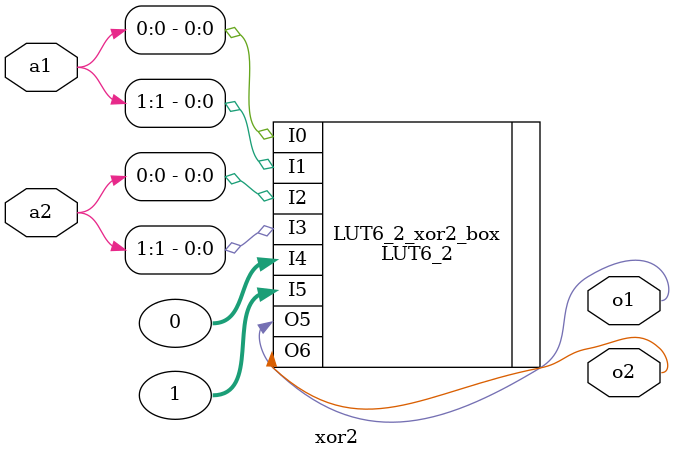
<source format=v>




//////////////////////////////////////////////////////////////////////////////////

module mul_comp(
         input clk,
         input rst_n,
         input [15:0]a,
         input [15:0]b,
         output [32:0]o_33

       );
////wire [19:0]l1, [19:1]l2, [21:3]l3, [23:5]l4, [25:7]l5, [27:9]l6, [29:11]l7, [31:13]l8, [31:14]l9;
wire [31:0]prod_l[1:9];//²¿·Ö»ý
wire [9:1]s1[0:31];
wire [9:1]s1_temp[0:31];
wire [7:1]s2[0:31];//²¿·Ö»ý
wire [6:1]s3[0:32];//²¿·Ö»ý
wire [2:1]s4[0:32];//²¿·Ö»ý
wire [32:0]xoro;
wire [32:0]carryo;
//wire [32:0]o_33;

reg  [6:1]s3_r[0:32];


genvar i,j;

// * Éú³É
assign {prod_l[3][21],prod_l[4][23],prod_l[5][25],prod_l[6][27],prod_l[7][29],prod_l[8][31]} = 6'b11_1111; // ×î¸ßÎ»ÖÃ1
assign prod_l[1][18:17] = {prod_l[1][16],prod_l[1][16]}; // Éú³ÉµÚÒ»ÐÐµÄSS
assign prod_l[9][31:15] = 0;

//* µ÷×ª
generate
  for (i = 1; i <= 9; i = i+1)
  begin
    for (j = 0; j <= 31; j = j+1)
    begin
      assign s1_temp[j][i] = prod_l[i][j];
    end
  end

  for (j = 0; j <= 19; j = j+1)
  begin
    assign s1[j][9:1] = s1_temp[j][9:1];
  end
  assign s1[20][7:1] = s1_temp[20][9:3];
  assign s1[21][7:1] = s1_temp[21][9:3];
  assign s1[22][6:1] = s1_temp[22][9:4];
  assign s1[23][6:1] = s1_temp[23][9:4];
  assign s1[24][5:1] = s1_temp[24][9:5];
  assign s1[25][5:1] = s1_temp[25][9:5];
  assign s1[26][4:1] = s1_temp[26][9:6];
  assign s1[27][4:1] = s1_temp[27][9:6];
  assign s1[28][3:1] = s1_temp[28][9:7];
  assign s1[29][3:1] = s1_temp[29][9:7];
  assign s1[30][2:1] = s1_temp[30][9:8];
  assign s1[31][2:1] = s1_temp[31][9:8];
endgenerate

// * ²¿·Ö»ý
generate
  // * Éú³ÉAbox
  for (j = 1; j<9; j = j+1)
    begin
      for (i = 1; i < 16; i = i+1)
        begin
          A_box A_box_u_prod_l(
                  .b_i((j==1) ? {b[1:0],1'b0} : b[2*j-1:2*j-3]),
                  .a_i(a[i:i-1]),
                  .o(prod_l[j][i + (j-1)*2]) // µÚ8ÐÐ´Ó15¿ªÊ¼
                );
        end
      if (j < 8)
        begin
          BC_box BC_box_u_prod_l_md(
                   .b_i((j==1) ? {b[1:0],1'b0} : b[2*j-1:2*j-3]),
                   .a_i(a[0]),
                   .b_box_o(prod_l[j][(j-1)*2]),
                   .c_box_o(prod_l[j+1][j*2-1])
                 );
        end
      else
        begin
          DE_box DE_box_u_prod_l_end(
                   .b_i(b[2*j-1:2*j-3]),
                   .a_i(a[0]),
                   .d_box_o(prod_l[8][14]),
                   .e_box_o(prod_l[9][14])
                 );
        end
      if (j<=2)
        begin
          SnS_box SnS_box_u_prod_l(
                    .b_i((j==1) ? {b[1:0],1'b0} : b[2*j-1:2*j-3]),
                    .a_i(a[15]),
                    .s_box_o(prod_l[j][(j==1) ? 16 : 18]),
                    .ns_box_o(prod_l[j][19])
                  );
        end
      else
        begin
          SnS_box SnS_box_u_prod_l(
                    .b_i(b[2*j-1:2*j-3]),
                    .a_i(a[15]),
                    .ns_box_o(prod_l[j][j*2+14])
                  );
        end
    end
endgenerate

// * Ñ¹Ëõ
generate 
//  state1 -> state2
 // 0 ~ 2
  assign s2[0][1] = s1[0][1];
  assign s2[1][2:1] = s1[1][2:1];
  assign s2[2][2:1] = s1[2][2:1];
 // 3 ~ 8
  for (i=3; i<=8; i=i+1)
    begin
      comp32 comp32_u_s1_3_8(
        .a_i(s1[i][3:1]),
        .o({s2[i][1],s2[i+1][2]})
      );
    end
  assign s2[5][3] = s1[5][4];
  assign s2[6][3] = s1[6][4];
  comp233 comp233_u_s1_7(
          .a1_i(s1[8][5:4]),
          .a0_i({s1[7][5:4],1'b0}),
          .o({s2[7][3],s2[8][3],s2[9][3]})
  );
 // 9
  comp63 comp63_u_s1_9(
         .a_i(s1[9][6:1]),
         .o({s2[9][1],s2[10][3],s2[11][2]})
  );
 // 10
  comp32 comp32_u_s1_10(
         .a_i(s1[10][3:1]),
         .o({s2[10][1],s2[11][3]})
  );
  comp32 comp32_u_s1_10_2(
         .a_i(s1[10][6:4]),
         .o({s2[10][2],s2[11][4]})
  );
 // 11
  comp63 comp63_u_s1_11(
         .a_i(s1[11][6:1]),
         .o({s2[11][1],s2[12][4],s2[13][2]})
  );
  assign s2[11][5] = s1[11][7];
 // 12
  comp32 comp32_u_s1_12(
         .a_i(s1[12][3:1]),
         .o({s2[12][1],s2[13][3]})
  );
  comp32 comp32_u_s1_12_2(
         .a_i(s1[12][6:4]),
         .o({s2[12][2],s2[13][4]})
  );
  assign s2[12][3] = s1[12][7];
 // 13
  comp63 comp63_u_s1_13(
         .a_i(s1[13][6:1]),
         .o({s2[13][1],s2[14][3],s2[15][4]})
  );
  assign s2[13][5] = s1[13][7];
  assign s2[13][6] = s1[13][8];
 // 14
  comp32 comp32_u_s1_14(
         .a_i(s1[14][3:1]),
         .o({s2[14][1],s2[15][5]})
  );
  comp63 comp63_u_s1_14(
         .a_i(s1[14][9:4]),
         .o({s2[14][2],s2[15][6],s2[16][4]})
  ); 
 // 15
  comp32 comp32_u_s1_15_1(
         .a_i(s1[15][3:1]),
         .o({s2[15][1],s2[16][5]})
  );
  comp32 comp32_u_s1_15_2(
         .a_i(s1[15][6:4]),
         .o({s2[15][2],s2[16][6]})
  );
  comp32 comp32_u_s1_15_3(
         .a_i(s1[15][9:7]),
         .o({s2[15][3],s2[16][7]})
  );
 // 16
  comp233 comp233_u_s1_16(
          .a0_i(s1[16][3:1]),
          .a1_i(s1[17][5:4]),
          .o({s2[16][1],s2[17][2],s2[18][3]})
  );  
  comp233 comp233_u_s1_16_2(
          .a0_i(s1[16][6:4]),
          .a1_i(s1[17][7:6]),
          .o({s2[16][2],s2[17][3],s2[18][4]})
  );
  comp233 comp233_u_s1_16_3(
          .a0_i(s1[16][9:7]),
          .a1_i(s1[17][9:8]),
          .o({s2[16][3],s2[17][4],s2[18][5]})
  );
 // 17
  comp32 comp32_u_s1_17(
         .a_i(s1[17][3:1]),
         .o({s2[17][1],s2[18][6]})
  );
 // 18
  comp32 comp32_u_s1_18(
         .a_i(s1[18][3:1]),
         .o({s2[18][1],s2[19][3]})
  );
  comp63 comp63_u_s1_18(
         .a_i(s1[18][9:4]),
         .o({s2[18][2],s2[19][4],s2[20][3]})
  ); 
 // 19
  comp32 comp32_u_s1_19(
         .a_i(s1[19][3:1]),
         .o({s2[19][1],s2[20][4]})
  );
  comp63 comp63_u_s1_19(
         .a_i(s1[19][9:4]),
         .o({s2[19][2],s2[20][5],s2[21][4]})
  ); 
 // 20
  comp63 comp63_u_s1_20(
         .a_i(s1[20][6:1]),
         .o({s2[20][1],s2[21][5],s2[22][3]})
  ); 
  assign s2[20][2] = s1[20][7];
 // 21
  comp32 comp32_u_s1_21(
         .a_i(s1[21][3:1]),
         .o({s2[21][1],s2[22][4]})
  );
  comp32 comp32_u_s1_21_2(
         .a_i(s1[21][6:4]),
         .o({s2[21][2],s2[22][5]})
  );
  assign s2[21][3] = s1[21][7];
 // 22
  comp32 comp32_u_s1_22(
         .a_i(s1[22][3:1]),
         .o({s2[22][1],s2[23][2]})
  );
  comp32 comp32_u_s1_22_2(
         .a_i(s1[22][6:4]),
         .o({s2[22][2],s2[23][3]})
  );
 // 23
  comp63 comp63_u_s1_23(
         .a_i(s1[23][6:1]),
         .o({s2[23][1],s2[24][4],s2[25][6]})
  ); 
 // 24
  comp32 comp32_u_s1_24(
         .a_i(s1[24][3:1]),
         .o({s2[24][1],s2[25][7]})
  );
  assign s2[24][3:2] = s1[24][5:4];
 // 25
  assign s2[25][5:1] = s1[25][5:1];
 // 26
  comp32 comp32_u_s1_26(
         .a_i(s1[26][3:1]),
         .o({s2[26][1],s2[27][5]})
  );
  assign s2[26][2] = s1[26][4];
 // 27
  assign s2[27][4:1] = s1[27][4:1];
 // 28
  comp32 comp32_u_s1_28(
         .a_i(s1[28][3:1]),
         .o({s2[28][1],s2[29][2]})
  );
 // 29
  comp233 comp233_u_s1_29(
          .a0_i(s1[29][3:1]),
          .a1_i(s1[30][2:1]),
          .o({s2[29][1],s2[30][1],s2[31][3]})
  );
 // 30
 // 31
  assign s2[31][2:1] = s1[31][2:1];
//  state2 -> state3
 // 0 ~ 4
  assign s3[0][1]   = s2[0][1];
  assign s3[1][2:1] = s2[1][2:1];
  assign s3[2][2:1] = s2[2][2:1];
  assign s3[3][1]   = s2[3][1];
  assign s3[4][2:1] = s2[4][2:1];
 // 5 ~ 15
  for (i=5; i<16; i=i+1)
    begin
        comp32 comp32_u_s2_5_15(
               .a_i(s2[i][3:1]),
               .o({s3[i][1],s3[i+1][2]})
        );
    end
  assign s3[11][4:3] = s2[11][5:4];
  assign s3[12][3]   = s2[12][4];
  comp32 comp32_u_s2_13_2(
         .a_i(s2[13][6:4]),
         .o({s3[13][3],s3[14][3]})
  ); 
  comp233 comp233_u_s2_15(
         .a0_i(s2[15][6:4]),
         .a1_i(s2[16][7:6]),
         .o({s3[15][3],s3[16][3],s3[17][2]})
  );
 // 16
  comp153 comp153_u_s2_16(
          .a0_i(s2[16][5:1]),
          .a1_i(s2[17][4]),
          .o({s3[16][1],s3[17][3],s3[18][2]})
  );
 // 17
  comp32 comp32_u_s2_17(
         .a_i(s2[17][3:1]),
         .o({s3[17][1],s3[18][3]})
  ); 
 // 18
  comp63 comp63_u_s2_18(
         .a_i(s2[18][6:1]),
         .o({s3[18][1],s3[19][3],s3[20][2]})
  ); 
 // 19
  comp233 comp233_u_s2_19(
         .a0_i(s2[19][3:1]),
         .a1_i(s2[20][2:1]),
         .o({s3[19][1],s3[20][3],s3[21][2]})
  );
  assign s3[19][2] = s2[19][4];
 // 20
  comp233 comp233_u_s2_20(
         .a0_i(s2[20][5:3]),
         .a1_i(s2[21][2:1]),
         .o({s3[20][1],s3[21][3],s3[22][2]})
  ); 
 // 21
  comp233 comp233_u_s2_21(
         .a0_i(s2[21][5:3]),
         .a1_i(s2[22][5:4]),
         .o({s3[21][1],s3[22][3],s3[23][3]})
  ); 
 // 22 ~ 24
  for(i=22; i<=24; i = i+1)
    begin
        comp32 comp32_u_s2_22_24(
              .a_i(s2[i][3:1]),
              .o({s3[i][1],s3[i+1][2]})
        );
    end
  assign s3[24][3] = s2[24][4];
 // 25
  comp63 comp63_u_s2_25(
         .a_i(s2[25][6:1]),
         .o({s3[25][1],s3[26][3],s3[27][6]})
  );  
  assign s3[25][3] = s2[25][7];
 // 26 ~ 32
  assign s3[26][2:1] = s2[26][2:1];
  assign s3[27][5:1] = s2[27][5:1];
  assign s3[28][1]   = s2[28][1];
  assign s3[29][2:1] = s2[29][2:1];
  assign s3[30][1]   = s2[30][1];
  comp32 comp32_u_s2_31(
        .a_i(s2[31][3:1]),
        .o({s3[31][1],s3[32][1]})
  );  


// ! FF state3 -> state4
 // 0 ~ 10
  for(i=0; i<=10; i=i+1)
    begin
      case (i)
        0,3,5: begin assign s4[i][1] = s3_r[i][1]; end
        default: begin assign s4[i][2:1] = s3_r[i][2:1]; end
      endcase
    end
 // 11 ~ 26
  for (i=11; i<=26; i=i+1)
  begin
      comp32 comp32_u_s3_11_26(
              .a_i(s3_r[i][3:1]),
              .o({s4[i][1],s4[i+1][2]})
      );
  end
  assign s4[11][2] = s3_r[11][4];
 // 27
  comp63 comp63_u_s3_27(
         .a_i(s3_r[27][6:1]),
         .o({s4[27][1],s4[28][2],s4[29][2]})
  ); 
 // 28 ~ 32
  assign s4[28][1] = s3_r[28][1];
  comp32 comp32_u_s3_29(
        .a_i({s3_r[29][2:1],1'b0}),
        .o({s4[29][1],s4[30][2]})
  );
  assign s4[30][1] = s3_r[30][1];
  assign s4[31][1] = s3_r[31][1];
  assign s4[32][1] = s3_r[32][1];

endgenerate

// * FF
generate
for(i=0; i<33; i=i+1)
begin
  always @(posedge clk or negedge rst_n)
    begin
      if (!rst_n)
        begin
            s3_r[i] = 0;
          end
      else
        begin
              s3_r[i] = s3[i];
        end
    end
end
  
  
endgenerate

// * ºÏ²¢
generate
  xor2 xor2_u_1_2(
       .a1(s4[1][2:1]),
       .a2(s4[2][2:1]),
       .o1(xoro[1]),
       .o2(xoro[2])
  );
  assign xoro[3] = s4[3][1];
  assign xoro[5] = s4[5][1];
  xor2 xor2_u_46(
       .a1(s4[4][2:1]),
       .a2(s4[6][2:1]),
       .o1(xoro[4]),
       .o2(xoro[6])
  );
  for(i=4; i<=15; i=i+1)
    begin
        xor2 xor2_u_1_2(
             .a1(s4[i*2-1][2:1]),
             .a2(s4[i*2][2:1]),
             .o1(xoro[i*2-1]),
             .o2(xoro[i*2])
       );
    end
  assign xoro[31] = s4[31][1];
  assign xoro[32] = s4[32][1];
  // carry
  for(i=1; i<9; i = i+1)
  begin
    CARRY4 CARRY4_inst (
      .CO(carryo[i*4:i*4-3]), // 4-bit carry out
      .O(o_33[i*4:i*4-3]), // 4-bit carry chain XOR data out
      .CI((i==1) ? 0 : carryo[(i-1)*4]), // 1-bit carry cascade input
      .CYINIT(0), // 1-bit carry initialization
      .DI({s4[i*4][1], s4[i*4-1][1], s4[i*4-2][1],s4[i*4-3][1]}), // 4-bit carry-MUX data in
      .S(xoro[i*4:i*4-3]) // 4-bit carry-MUX select input
    );
  end
endgenerate

//assign o = o_33[31:15];
assign o_33[0] = s4[0][1];
endmodule// mul_comp





module A_box(
          input [2:0]b_i,
          input [1:0]a_i,
          output wire o
        );
  LUT5 #(
        .INIT(32'h0E16_6870) // Specify LUT Contents
      ) LUT5_A_box (
        .O(o), // LUT general output
        .I0(b_i[0]), // LUT input
        .I1(b_i[1]), // LUT input
        .I2(b_i[2]), // LUT input
        .I3(a_i[0]), // LUT input
        .I4(a_i[1]) // LUT input
      );
endmodule // Abox

module BC_box(
         input [2:0]b_i,
         input a_i,
         output wire b_box_o,
         output wire c_box_o
       );
  LUT6_2 #(
            .INIT(64'h0000_1070_0000_6600)
         // .INIT(64'h0066_0000_0E08_0000) // Specify LUT Contents
        ) LUT6_2_BC_box (
          .O6(c_box_o), // 1-bit Cbox @ LUT6 output
          .O5(b_box_o), // 1-bit Bbox @ LUT5 output
          .I0(b_i[0]), // LUT input
          .I1(b_i[1]), // LUT input
          .I2(b_i[2]), // LUT input
          .I3(a_i), // LUT input
          .I4(0), // LUT input
          .I5(1) // LUT input control mux
        );
endmodule //BC_box

module DE_box(
         input [2:0]b_i,
         input a_i,
         output wire d_box_o,
         output wire e_box_o
       );
  LUT6_2 #(
             .INIT(64'h0000_7070_0000_1670) // Specify LUT Contents
          // .INIT(64'h0E68_0000_0E0E_0000) // Specify LUT Contents
        ) LUT6_2_DE_box (
          .O6(e_box_o), // 1-bit Ebox @ LUT6 output
          .O5(d_box_o), // 1-bit Dbox @ LUT5 output
          .I0(b_i[0]), // LUT input
          .I1(b_i[1]), // LUT input
          .I2(b_i[2]), // LUT input
          .I3(a_i), // LUT input
          .I4(0), // LUT input
          .I5(1) // LUT input control mux
        );
endmodule //DE_box

module SnS_box(
         input [2:0]b_i,
         input a_i,
         output wire s_box_o,
         output wire ns_box_o
       );
  LUT6_2 #(
             .INIT('h0000_F18F_0000_0E70) // Specify LUT Contents
          // .INIT('h0E70_0000_F18F_0000) // Specify LUT Contents
        ) LUT6_2_SnS_box (
          .O6(ns_box_o), // 1-bit nSbox @ LUT6 output
          .O5(s_box_o), // 1-bit Sbox @ LUT5 output
          .I0(b_i[0]), // LUT input
          .I1(b_i[1]), // LUT input
          .I2(b_i[2]), // LUT input
          .I3(a_i), // LUT input
          .I4(0), // LUT input
          .I5(1) // LUT input control mux
        );
endmodule //  SnS_box


module comp32(
         input [2:0]a_i,
         output wire [1:0]o
       );
  LUT6_2 #(
             .INIT('h0000_00E8_0000_0096) // Specify LUT Contents
          // .INIT('h6900_0000_1700_0000) // Specify LUT Contents
        ) LUT6_2_comp32_box (
          .O6(o[0]), // 1-bit o1 @ LUT6 output
          .O5(o[1]), // 1-bit o0 @ LUT5 output
          .I0(a_i[0]), // LUT input
          .I1(a_i[1]), // LUT input
          .I2(a_i[2]), // LUT input
          .I3(0), // LUT input
          .I4(0), // LUT input
          .I5(1) // LUT input control mux
        );
endmodule

module comp63(
         input [5:0]a_i,
         output wire [2:0]o
       );
  LUT6 #(//µÚiÎ»
        .INIT('h6996_9669_9669_6996) // Specify LUT Contents
      ) LUT6_comp63_0_box (
        .O(o[2]), // 1-bit o0 @ LUT6 output
        .I0(a_i[0]), // LUT input
        .I1(a_i[1]), // LUT input
        .I2(a_i[2]), // LUT input
        .I3(a_i[3]), // LUT input
        .I4(a_i[4]), // LUT input
        .I5(a_i[5]) // LUT input 
      );
  LUT6 #(//µÚi+1Î»
        .INIT('h8117_177E_177E_7EE8) // Specify LUT Contents
        // .INIT('h177E_7EE8_7EE8_E881) // Specify LUT Contents
      ) LUT6_comp63_1_box (
        .O(o[1]), // 1-bit o1 @ LUT6 output
        .I0(a_i[0]), // LUT input
        .I1(a_i[1]), // LUT input
        .I2(a_i[2]), // LUT input
        .I3(a_i[3]), // LUT input
        .I4(a_i[4]), // LUT input
        .I5(a_i[5]) // LUT input 
      );
  LUT6 #(//µÚi+2Î»
        .INIT('hFEE8_E880_E880_8000) // Specify LUT Contents
        // .INIT('h0001_0117_0117_177F) // Specify LUT Contents
      ) LUT6_comp63_2_box (
        .O(o[0]), // 1-bit o2 @ LUT6 output
        .I0(a_i[0]), // LUT input
        .I1(a_i[1]), // LUT input
        .I2(a_i[2]), // LUT input
        .I3(a_i[3]), // LUT input
        .I4(a_i[4]), // LUT input
        .I5(a_i[5]) // LUT input 
      );
endmodule

module comp153(
         input a1_i,
         input [4:0]a0_i,
         output wire [2:0]o
       );
  LUT6 #(// µÚiÎ»
        .INIT('h9669_6996_9669_6996) // Specify LUT Contents
        // .INIT('h6996_9669_6996_9669) // Specify LUT Contents
      ) LUT6_comp153_0_box (
        .O(o[2]), // 1-bit o0 @ LUT6 output
        .I0(a0_i[0]), // LUT input
        .I1(a0_i[1]), // LUT input
        .I2(a0_i[2]), // LUT input
        .I3(a0_i[3]), // LUT input
        .I4(a0_i[4]), // LUT input
        .I5(a1_i) // LUT input 
      );
  LUT6 #(// µÚi+1Î»
        .INIT('hE881_8117_177E_7EE8) // Specify LUT Contents
        // .INIT('h177E_7EE8_E881_8117) // Specify LUT Contents
      ) LUT6_comp153_1_box (
        .O(o[1]), // 1-bit o1 @ LUT6 output
        .I0(a0_i[0]), // LUT input
        .I1(a0_i[1]), // LUT input
        .I2(a0_i[2]), // LUT input
        .I3(a0_i[3]), // LUT input
        .I4(a0_i[4]), // LUT input
        .I5(a1_i) // LUT input 
      );
  LUT6 #(//µÚi+2Î»
        .INIT('hFFFE_FEE8_E880_8000) // Specify LUT Contents
        // .INIT('h0001_0117_177F_7FFF) // Specify LUT Contents
      ) LUT6_comp153_2_box (
        .O(o[0]), // 1-bit o2 @ LUT6 output
        .I0(a0_i[0]), // LUT input
        .I1(a0_i[1]), // LUT input
        .I2(a0_i[2]), // LUT input
        .I3(a0_i[3]), // LUT input
        .I4(a0_i[4]), // LUT input
        .I5(a1_i) // LUT input 
      );
endmodule

module comp233(
         input [1:0]a1_i,
         input [2:0]a0_i,
         output wire [2:0]o
       );
  LUT6_2 #(//µÚi£¬i+1Î»
        .INIT('hE817_17E8_9696_9696) // Specify LUT Contents
        // .INIT('h6969_6969_17E8_E817) // Specify LUT Contents
      ) LUT6_2_comp233_0_1_box (
        .O6(o[1]), // 1-bit o1 @ LUT6 output
        .O5(o[2]), // 1-bit o0 @ LUT5 output
        .I0(a0_i[0]), // LUT input
        .I1(a0_i[1]), // LUT input
        .I2(a0_i[2]), // LUT input
        .I3(a1_i[0]), // LUT input
        .I4(a1_i[1]), // LUT input 
        .I5(1) // 1bit control mux
      );
  LUT5 #(//µÚi+2Î»
        .INIT('hFFE8_E800) // Specify LUT Contents
        // .INIT('h0017_17FF) // Specify LUT Contents
      ) LUT5_comp233_2_box (
        .O(o[0]), // 1-bit o2 @ LUT5 output
        .I0(a0_i[0]), // LUT input
        .I1(a0_i[1]), // LUT input
        .I2(a0_i[2]), // LUT input
        .I3(a1_i[0]), // LUT input
        .I4(a1_i[1]) // LUT input
      );
endmodule

module xor2(// o1 = ^a1[1:0], o2 = ^a2[1:0]
       input [1:0]a1,
       input [1:0]a2,
       output wire o1,
       output wire o2
      );
    LUT6_2 #(
          .INIT('h0000_0FF0_0000_6666) // Specify LUT Contents
          // .INIT('h6666_0000_0FF0_0000) // Specify LUT Contents
        ) LUT6_2_xor2_box (
          .O6(o2), // 1-bit o1 @ LUT6 output
          .O5(o1), // 1-bit o0 @ LUT5 output
          .I0(a1[0]), // LUT input
          .I1(a1[1]), // LUT input
          .I2(a2[0]), // LUT input
          .I3(a2[1]), // LUT input
          .I4(0), // LUT input 
          .I5(1) // 1bit control mux
        );
endmodule

</source>
